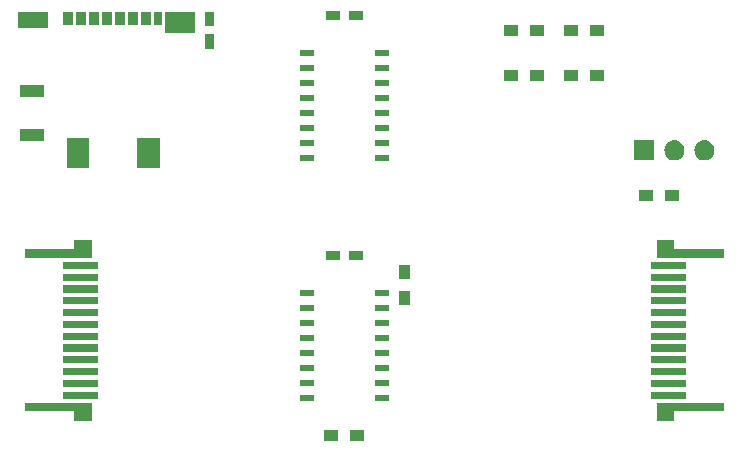
<source format=gbr>
G04 #@! TF.FileFunction,Soldermask,Top*
%FSLAX46Y46*%
G04 Gerber Fmt 4.6, Leading zero omitted, Abs format (unit mm)*
G04 Created by KiCad (PCBNEW 4.0.7) date Tue Nov 21 09:12:45 2017*
%MOMM*%
%LPD*%
G01*
G04 APERTURE LIST*
%ADD10C,0.100000*%
G04 APERTURE END LIST*
D10*
G36*
X135050000Y-108400000D02*
X133850000Y-108400000D01*
X133850000Y-107500000D01*
X135050000Y-107500000D01*
X135050000Y-108400000D01*
X135050000Y-108400000D01*
G37*
G36*
X132850000Y-108400000D02*
X131650000Y-108400000D01*
X131650000Y-107500000D01*
X132850000Y-107500000D01*
X132850000Y-108400000D01*
X132850000Y-108400000D01*
G37*
G36*
X111990000Y-106710000D02*
X110490000Y-106710000D01*
X110490000Y-105922700D01*
X110489497Y-105919162D01*
X110488029Y-105915904D01*
X110485710Y-105913184D01*
X110482726Y-105911218D01*
X110479313Y-105910160D01*
X110477300Y-105910000D01*
X106290000Y-105910000D01*
X106290000Y-105210000D01*
X111990000Y-105210000D01*
X111990000Y-106710000D01*
X111990000Y-106710000D01*
G37*
G36*
X165490000Y-105910000D02*
X161302700Y-105910000D01*
X161299162Y-105910503D01*
X161295904Y-105911971D01*
X161293184Y-105914290D01*
X161291218Y-105917274D01*
X161290160Y-105920687D01*
X161290000Y-105922700D01*
X161290000Y-106710000D01*
X159790000Y-106710000D01*
X159790000Y-105210000D01*
X165490000Y-105210000D01*
X165490000Y-105910000D01*
X165490000Y-105910000D01*
G37*
G36*
X137096500Y-105029000D02*
X135953500Y-105029000D01*
X135953500Y-104521000D01*
X137096500Y-104521000D01*
X137096500Y-105029000D01*
X137096500Y-105029000D01*
G37*
G36*
X130746500Y-105029000D02*
X129603500Y-105029000D01*
X129603500Y-104521000D01*
X130746500Y-104521000D01*
X130746500Y-105029000D01*
X130746500Y-105029000D01*
G37*
G36*
X162290000Y-104860000D02*
X159290000Y-104860000D01*
X159290000Y-104260000D01*
X162290000Y-104260000D01*
X162290000Y-104860000D01*
X162290000Y-104860000D01*
G37*
G36*
X112490000Y-104860000D02*
X109490000Y-104860000D01*
X109490000Y-104260000D01*
X112490000Y-104260000D01*
X112490000Y-104860000D01*
X112490000Y-104860000D01*
G37*
G36*
X112490000Y-103860000D02*
X109490000Y-103860000D01*
X109490000Y-103260000D01*
X112490000Y-103260000D01*
X112490000Y-103860000D01*
X112490000Y-103860000D01*
G37*
G36*
X162290000Y-103860000D02*
X159290000Y-103860000D01*
X159290000Y-103260000D01*
X162290000Y-103260000D01*
X162290000Y-103860000D01*
X162290000Y-103860000D01*
G37*
G36*
X137096500Y-103759000D02*
X135953500Y-103759000D01*
X135953500Y-103251000D01*
X137096500Y-103251000D01*
X137096500Y-103759000D01*
X137096500Y-103759000D01*
G37*
G36*
X130746500Y-103759000D02*
X129603500Y-103759000D01*
X129603500Y-103251000D01*
X130746500Y-103251000D01*
X130746500Y-103759000D01*
X130746500Y-103759000D01*
G37*
G36*
X112490000Y-102860000D02*
X109490000Y-102860000D01*
X109490000Y-102260000D01*
X112490000Y-102260000D01*
X112490000Y-102860000D01*
X112490000Y-102860000D01*
G37*
G36*
X162290000Y-102860000D02*
X159290000Y-102860000D01*
X159290000Y-102260000D01*
X162290000Y-102260000D01*
X162290000Y-102860000D01*
X162290000Y-102860000D01*
G37*
G36*
X130746500Y-102489000D02*
X129603500Y-102489000D01*
X129603500Y-101981000D01*
X130746500Y-101981000D01*
X130746500Y-102489000D01*
X130746500Y-102489000D01*
G37*
G36*
X137096500Y-102489000D02*
X135953500Y-102489000D01*
X135953500Y-101981000D01*
X137096500Y-101981000D01*
X137096500Y-102489000D01*
X137096500Y-102489000D01*
G37*
G36*
X112490000Y-101860000D02*
X109490000Y-101860000D01*
X109490000Y-101260000D01*
X112490000Y-101260000D01*
X112490000Y-101860000D01*
X112490000Y-101860000D01*
G37*
G36*
X162290000Y-101860000D02*
X159290000Y-101860000D01*
X159290000Y-101260000D01*
X162290000Y-101260000D01*
X162290000Y-101860000D01*
X162290000Y-101860000D01*
G37*
G36*
X130746500Y-101219000D02*
X129603500Y-101219000D01*
X129603500Y-100711000D01*
X130746500Y-100711000D01*
X130746500Y-101219000D01*
X130746500Y-101219000D01*
G37*
G36*
X137096500Y-101219000D02*
X135953500Y-101219000D01*
X135953500Y-100711000D01*
X137096500Y-100711000D01*
X137096500Y-101219000D01*
X137096500Y-101219000D01*
G37*
G36*
X162290000Y-100860000D02*
X159290000Y-100860000D01*
X159290000Y-100260000D01*
X162290000Y-100260000D01*
X162290000Y-100860000D01*
X162290000Y-100860000D01*
G37*
G36*
X112490000Y-100860000D02*
X109490000Y-100860000D01*
X109490000Y-100260000D01*
X112490000Y-100260000D01*
X112490000Y-100860000D01*
X112490000Y-100860000D01*
G37*
G36*
X130746500Y-99949000D02*
X129603500Y-99949000D01*
X129603500Y-99441000D01*
X130746500Y-99441000D01*
X130746500Y-99949000D01*
X130746500Y-99949000D01*
G37*
G36*
X137096500Y-99949000D02*
X135953500Y-99949000D01*
X135953500Y-99441000D01*
X137096500Y-99441000D01*
X137096500Y-99949000D01*
X137096500Y-99949000D01*
G37*
G36*
X112490000Y-99860000D02*
X109490000Y-99860000D01*
X109490000Y-99260000D01*
X112490000Y-99260000D01*
X112490000Y-99860000D01*
X112490000Y-99860000D01*
G37*
G36*
X162290000Y-99860000D02*
X159290000Y-99860000D01*
X159290000Y-99260000D01*
X162290000Y-99260000D01*
X162290000Y-99860000D01*
X162290000Y-99860000D01*
G37*
G36*
X112490000Y-98860000D02*
X109490000Y-98860000D01*
X109490000Y-98260000D01*
X112490000Y-98260000D01*
X112490000Y-98860000D01*
X112490000Y-98860000D01*
G37*
G36*
X162290000Y-98860000D02*
X159290000Y-98860000D01*
X159290000Y-98260000D01*
X162290000Y-98260000D01*
X162290000Y-98860000D01*
X162290000Y-98860000D01*
G37*
G36*
X137096500Y-98679000D02*
X135953500Y-98679000D01*
X135953500Y-98171000D01*
X137096500Y-98171000D01*
X137096500Y-98679000D01*
X137096500Y-98679000D01*
G37*
G36*
X130746500Y-98679000D02*
X129603500Y-98679000D01*
X129603500Y-98171000D01*
X130746500Y-98171000D01*
X130746500Y-98679000D01*
X130746500Y-98679000D01*
G37*
G36*
X112490000Y-97860000D02*
X109490000Y-97860000D01*
X109490000Y-97260000D01*
X112490000Y-97260000D01*
X112490000Y-97860000D01*
X112490000Y-97860000D01*
G37*
G36*
X162290000Y-97860000D02*
X159290000Y-97860000D01*
X159290000Y-97260000D01*
X162290000Y-97260000D01*
X162290000Y-97860000D01*
X162290000Y-97860000D01*
G37*
G36*
X137096500Y-97409000D02*
X135953500Y-97409000D01*
X135953500Y-96901000D01*
X137096500Y-96901000D01*
X137096500Y-97409000D01*
X137096500Y-97409000D01*
G37*
G36*
X130746500Y-97409000D02*
X129603500Y-97409000D01*
X129603500Y-96901000D01*
X130746500Y-96901000D01*
X130746500Y-97409000D01*
X130746500Y-97409000D01*
G37*
G36*
X138880000Y-96950000D02*
X137980000Y-96950000D01*
X137980000Y-95750000D01*
X138880000Y-95750000D01*
X138880000Y-96950000D01*
X138880000Y-96950000D01*
G37*
G36*
X162290000Y-96860000D02*
X159290000Y-96860000D01*
X159290000Y-96260000D01*
X162290000Y-96260000D01*
X162290000Y-96860000D01*
X162290000Y-96860000D01*
G37*
G36*
X112490000Y-96860000D02*
X109490000Y-96860000D01*
X109490000Y-96260000D01*
X112490000Y-96260000D01*
X112490000Y-96860000D01*
X112490000Y-96860000D01*
G37*
G36*
X137096500Y-96139000D02*
X135953500Y-96139000D01*
X135953500Y-95631000D01*
X137096500Y-95631000D01*
X137096500Y-96139000D01*
X137096500Y-96139000D01*
G37*
G36*
X130746500Y-96139000D02*
X129603500Y-96139000D01*
X129603500Y-95631000D01*
X130746500Y-95631000D01*
X130746500Y-96139000D01*
X130746500Y-96139000D01*
G37*
G36*
X162290000Y-95860000D02*
X159290000Y-95860000D01*
X159290000Y-95260000D01*
X162290000Y-95260000D01*
X162290000Y-95860000D01*
X162290000Y-95860000D01*
G37*
G36*
X112490000Y-95860000D02*
X109490000Y-95860000D01*
X109490000Y-95260000D01*
X112490000Y-95260000D01*
X112490000Y-95860000D01*
X112490000Y-95860000D01*
G37*
G36*
X162290000Y-94860000D02*
X159290000Y-94860000D01*
X159290000Y-94260000D01*
X162290000Y-94260000D01*
X162290000Y-94860000D01*
X162290000Y-94860000D01*
G37*
G36*
X112490000Y-94860000D02*
X109490000Y-94860000D01*
X109490000Y-94260000D01*
X112490000Y-94260000D01*
X112490000Y-94860000D01*
X112490000Y-94860000D01*
G37*
G36*
X138880000Y-94750000D02*
X137980000Y-94750000D01*
X137980000Y-93550000D01*
X138880000Y-93550000D01*
X138880000Y-94750000D01*
X138880000Y-94750000D01*
G37*
G36*
X112490000Y-93860000D02*
X109490000Y-93860000D01*
X109490000Y-93260000D01*
X112490000Y-93260000D01*
X112490000Y-93860000D01*
X112490000Y-93860000D01*
G37*
G36*
X162290000Y-93860000D02*
X159290000Y-93860000D01*
X159290000Y-93260000D01*
X162290000Y-93260000D01*
X162290000Y-93860000D01*
X162290000Y-93860000D01*
G37*
G36*
X134900000Y-93085000D02*
X133700000Y-93085000D01*
X133700000Y-92335000D01*
X134900000Y-92335000D01*
X134900000Y-93085000D01*
X134900000Y-93085000D01*
G37*
G36*
X133000000Y-93085000D02*
X131800000Y-93085000D01*
X131800000Y-92335000D01*
X133000000Y-92335000D01*
X133000000Y-93085000D01*
X133000000Y-93085000D01*
G37*
G36*
X161290000Y-92197300D02*
X161290503Y-92200838D01*
X161291971Y-92204096D01*
X161294290Y-92206816D01*
X161297274Y-92208782D01*
X161300687Y-92209840D01*
X161302700Y-92210000D01*
X165490000Y-92210000D01*
X165490000Y-92910000D01*
X159790000Y-92910000D01*
X159790000Y-91410000D01*
X161290000Y-91410000D01*
X161290000Y-92197300D01*
X161290000Y-92197300D01*
G37*
G36*
X111990000Y-92910000D02*
X106290000Y-92910000D01*
X106290000Y-92210000D01*
X110477300Y-92210000D01*
X110480838Y-92209497D01*
X110484096Y-92208029D01*
X110486816Y-92205710D01*
X110488782Y-92202726D01*
X110489840Y-92199313D01*
X110490000Y-92197300D01*
X110490000Y-91410000D01*
X111990000Y-91410000D01*
X111990000Y-92910000D01*
X111990000Y-92910000D01*
G37*
G36*
X161720000Y-88080000D02*
X160520000Y-88080000D01*
X160520000Y-87180000D01*
X161720000Y-87180000D01*
X161720000Y-88080000D01*
X161720000Y-88080000D01*
G37*
G36*
X159520000Y-88080000D02*
X158320000Y-88080000D01*
X158320000Y-87180000D01*
X159520000Y-87180000D01*
X159520000Y-88080000D01*
X159520000Y-88080000D01*
G37*
G36*
X117710000Y-85290000D02*
X115810000Y-85290000D01*
X115810000Y-82790000D01*
X117710000Y-82790000D01*
X117710000Y-85290000D01*
X117710000Y-85290000D01*
G37*
G36*
X111740000Y-85290000D02*
X109840000Y-85290000D01*
X109840000Y-82790000D01*
X111740000Y-82790000D01*
X111740000Y-85290000D01*
X111740000Y-85290000D01*
G37*
G36*
X130746500Y-84709000D02*
X129603500Y-84709000D01*
X129603500Y-84201000D01*
X130746500Y-84201000D01*
X130746500Y-84709000D01*
X130746500Y-84709000D01*
G37*
G36*
X137096500Y-84709000D02*
X135953500Y-84709000D01*
X135953500Y-84201000D01*
X137096500Y-84201000D01*
X137096500Y-84709000D01*
X137096500Y-84709000D01*
G37*
G36*
X161460901Y-82983245D02*
X161460908Y-82983247D01*
X161460916Y-82983248D01*
X161619388Y-83032303D01*
X161765314Y-83111205D01*
X161893135Y-83216948D01*
X161997983Y-83345504D01*
X162075864Y-83491977D01*
X162123812Y-83650788D01*
X162140000Y-83815887D01*
X162140000Y-83824113D01*
X162139917Y-83835981D01*
X162121425Y-84000838D01*
X162071265Y-84158964D01*
X161991346Y-84304335D01*
X161884714Y-84431415D01*
X161755429Y-84535363D01*
X161608416Y-84612219D01*
X161449274Y-84659057D01*
X161449266Y-84659058D01*
X161449265Y-84659058D01*
X161394414Y-84664050D01*
X161284066Y-84674092D01*
X161284062Y-84674092D01*
X161119099Y-84656755D01*
X161119092Y-84656753D01*
X161119084Y-84656752D01*
X160960612Y-84607697D01*
X160814686Y-84528795D01*
X160686865Y-84423052D01*
X160582017Y-84294496D01*
X160504136Y-84148023D01*
X160456188Y-83989212D01*
X160440000Y-83824113D01*
X160440000Y-83815887D01*
X160440083Y-83804019D01*
X160458575Y-83639162D01*
X160508735Y-83481036D01*
X160588654Y-83335665D01*
X160695286Y-83208585D01*
X160824571Y-83104637D01*
X160971584Y-83027781D01*
X161130726Y-82980943D01*
X161130734Y-82980942D01*
X161130735Y-82980942D01*
X161185586Y-82975950D01*
X161295936Y-82965908D01*
X161295938Y-82965908D01*
X161460901Y-82983245D01*
X161460901Y-82983245D01*
G37*
G36*
X164000901Y-82983245D02*
X164000908Y-82983247D01*
X164000916Y-82983248D01*
X164159388Y-83032303D01*
X164305314Y-83111205D01*
X164433135Y-83216948D01*
X164537983Y-83345504D01*
X164615864Y-83491977D01*
X164663812Y-83650788D01*
X164680000Y-83815887D01*
X164680000Y-83824113D01*
X164679917Y-83835981D01*
X164661425Y-84000838D01*
X164611265Y-84158964D01*
X164531346Y-84304335D01*
X164424714Y-84431415D01*
X164295429Y-84535363D01*
X164148416Y-84612219D01*
X163989274Y-84659057D01*
X163989266Y-84659058D01*
X163989265Y-84659058D01*
X163934414Y-84664050D01*
X163824066Y-84674092D01*
X163824062Y-84674092D01*
X163659099Y-84656755D01*
X163659092Y-84656753D01*
X163659084Y-84656752D01*
X163500612Y-84607697D01*
X163354686Y-84528795D01*
X163226865Y-84423052D01*
X163122017Y-84294496D01*
X163044136Y-84148023D01*
X162996188Y-83989212D01*
X162980000Y-83824113D01*
X162980000Y-83815887D01*
X162980083Y-83804019D01*
X162998575Y-83639162D01*
X163048735Y-83481036D01*
X163128654Y-83335665D01*
X163235286Y-83208585D01*
X163364571Y-83104637D01*
X163511584Y-83027781D01*
X163670726Y-82980943D01*
X163670734Y-82980942D01*
X163670735Y-82980942D01*
X163725586Y-82975950D01*
X163835936Y-82965908D01*
X163835938Y-82965908D01*
X164000901Y-82983245D01*
X164000901Y-82983245D01*
G37*
G36*
X159600000Y-84670000D02*
X157900000Y-84670000D01*
X157900000Y-82970000D01*
X159600000Y-82970000D01*
X159600000Y-84670000D01*
X159600000Y-84670000D01*
G37*
G36*
X137096500Y-83439000D02*
X135953500Y-83439000D01*
X135953500Y-82931000D01*
X137096500Y-82931000D01*
X137096500Y-83439000D01*
X137096500Y-83439000D01*
G37*
G36*
X130746500Y-83439000D02*
X129603500Y-83439000D01*
X129603500Y-82931000D01*
X130746500Y-82931000D01*
X130746500Y-83439000D01*
X130746500Y-83439000D01*
G37*
G36*
X107890000Y-82990000D02*
X105890000Y-82990000D01*
X105890000Y-81990000D01*
X107890000Y-81990000D01*
X107890000Y-82990000D01*
X107890000Y-82990000D01*
G37*
G36*
X137096500Y-82169000D02*
X135953500Y-82169000D01*
X135953500Y-81661000D01*
X137096500Y-81661000D01*
X137096500Y-82169000D01*
X137096500Y-82169000D01*
G37*
G36*
X130746500Y-82169000D02*
X129603500Y-82169000D01*
X129603500Y-81661000D01*
X130746500Y-81661000D01*
X130746500Y-82169000D01*
X130746500Y-82169000D01*
G37*
G36*
X137096500Y-80899000D02*
X135953500Y-80899000D01*
X135953500Y-80391000D01*
X137096500Y-80391000D01*
X137096500Y-80899000D01*
X137096500Y-80899000D01*
G37*
G36*
X130746500Y-80899000D02*
X129603500Y-80899000D01*
X129603500Y-80391000D01*
X130746500Y-80391000D01*
X130746500Y-80899000D01*
X130746500Y-80899000D01*
G37*
G36*
X137096500Y-79629000D02*
X135953500Y-79629000D01*
X135953500Y-79121000D01*
X137096500Y-79121000D01*
X137096500Y-79629000D01*
X137096500Y-79629000D01*
G37*
G36*
X130746500Y-79629000D02*
X129603500Y-79629000D01*
X129603500Y-79121000D01*
X130746500Y-79121000D01*
X130746500Y-79629000D01*
X130746500Y-79629000D01*
G37*
G36*
X107890000Y-79290000D02*
X105890000Y-79290000D01*
X105890000Y-78290000D01*
X107890000Y-78290000D01*
X107890000Y-79290000D01*
X107890000Y-79290000D01*
G37*
G36*
X130746500Y-78359000D02*
X129603500Y-78359000D01*
X129603500Y-77851000D01*
X130746500Y-77851000D01*
X130746500Y-78359000D01*
X130746500Y-78359000D01*
G37*
G36*
X137096500Y-78359000D02*
X135953500Y-78359000D01*
X135953500Y-77851000D01*
X137096500Y-77851000D01*
X137096500Y-78359000D01*
X137096500Y-78359000D01*
G37*
G36*
X155370000Y-77920000D02*
X154170000Y-77920000D01*
X154170000Y-77020000D01*
X155370000Y-77020000D01*
X155370000Y-77920000D01*
X155370000Y-77920000D01*
G37*
G36*
X153170000Y-77920000D02*
X151970000Y-77920000D01*
X151970000Y-77020000D01*
X153170000Y-77020000D01*
X153170000Y-77920000D01*
X153170000Y-77920000D01*
G37*
G36*
X150290000Y-77920000D02*
X149090000Y-77920000D01*
X149090000Y-77020000D01*
X150290000Y-77020000D01*
X150290000Y-77920000D01*
X150290000Y-77920000D01*
G37*
G36*
X148090000Y-77920000D02*
X146890000Y-77920000D01*
X146890000Y-77020000D01*
X148090000Y-77020000D01*
X148090000Y-77920000D01*
X148090000Y-77920000D01*
G37*
G36*
X130746500Y-77089000D02*
X129603500Y-77089000D01*
X129603500Y-76581000D01*
X130746500Y-76581000D01*
X130746500Y-77089000D01*
X130746500Y-77089000D01*
G37*
G36*
X137096500Y-77089000D02*
X135953500Y-77089000D01*
X135953500Y-76581000D01*
X137096500Y-76581000D01*
X137096500Y-77089000D01*
X137096500Y-77089000D01*
G37*
G36*
X130746500Y-75819000D02*
X129603500Y-75819000D01*
X129603500Y-75311000D01*
X130746500Y-75311000D01*
X130746500Y-75819000D01*
X130746500Y-75819000D01*
G37*
G36*
X137096500Y-75819000D02*
X135953500Y-75819000D01*
X135953500Y-75311000D01*
X137096500Y-75311000D01*
X137096500Y-75819000D01*
X137096500Y-75819000D01*
G37*
G36*
X122295000Y-75210000D02*
X121545000Y-75210000D01*
X121545000Y-74010000D01*
X122295000Y-74010000D01*
X122295000Y-75210000D01*
X122295000Y-75210000D01*
G37*
G36*
X155370000Y-74110000D02*
X154170000Y-74110000D01*
X154170000Y-73210000D01*
X155370000Y-73210000D01*
X155370000Y-74110000D01*
X155370000Y-74110000D01*
G37*
G36*
X153170000Y-74110000D02*
X151970000Y-74110000D01*
X151970000Y-73210000D01*
X153170000Y-73210000D01*
X153170000Y-74110000D01*
X153170000Y-74110000D01*
G37*
G36*
X150290000Y-74110000D02*
X149090000Y-74110000D01*
X149090000Y-73210000D01*
X150290000Y-73210000D01*
X150290000Y-74110000D01*
X150290000Y-74110000D01*
G37*
G36*
X148090000Y-74110000D02*
X146890000Y-74110000D01*
X146890000Y-73210000D01*
X148090000Y-73210000D01*
X148090000Y-74110000D01*
X148090000Y-74110000D01*
G37*
G36*
X120700000Y-73890000D02*
X118200000Y-73890000D01*
X118200000Y-72090000D01*
X120700000Y-72090000D01*
X120700000Y-73890000D01*
X120700000Y-73890000D01*
G37*
G36*
X108240000Y-73440000D02*
X105740000Y-73440000D01*
X105740000Y-72090000D01*
X108240000Y-72090000D01*
X108240000Y-73440000D01*
X108240000Y-73440000D01*
G37*
G36*
X122295000Y-73310000D02*
X121545000Y-73310000D01*
X121545000Y-72110000D01*
X122295000Y-72110000D01*
X122295000Y-73310000D01*
X122295000Y-73310000D01*
G37*
G36*
X115855000Y-73190000D02*
X115005000Y-73190000D01*
X115005000Y-72090000D01*
X115855000Y-72090000D01*
X115855000Y-73190000D01*
X115855000Y-73190000D01*
G37*
G36*
X117950000Y-73190000D02*
X117200000Y-73190000D01*
X117200000Y-72090000D01*
X117950000Y-72090000D01*
X117950000Y-73190000D01*
X117950000Y-73190000D01*
G37*
G36*
X116955000Y-73190000D02*
X116105000Y-73190000D01*
X116105000Y-72090000D01*
X116955000Y-72090000D01*
X116955000Y-73190000D01*
X116955000Y-73190000D01*
G37*
G36*
X114755000Y-73190000D02*
X113905000Y-73190000D01*
X113905000Y-72090000D01*
X114755000Y-72090000D01*
X114755000Y-73190000D01*
X114755000Y-73190000D01*
G37*
G36*
X111455000Y-73190000D02*
X110605000Y-73190000D01*
X110605000Y-72090000D01*
X111455000Y-72090000D01*
X111455000Y-73190000D01*
X111455000Y-73190000D01*
G37*
G36*
X110350000Y-73190000D02*
X109500000Y-73190000D01*
X109500000Y-72090000D01*
X110350000Y-72090000D01*
X110350000Y-73190000D01*
X110350000Y-73190000D01*
G37*
G36*
X113655000Y-73190000D02*
X112805000Y-73190000D01*
X112805000Y-72090000D01*
X113655000Y-72090000D01*
X113655000Y-73190000D01*
X113655000Y-73190000D01*
G37*
G36*
X112555000Y-73190000D02*
X111705000Y-73190000D01*
X111705000Y-72090000D01*
X112555000Y-72090000D01*
X112555000Y-73190000D01*
X112555000Y-73190000D01*
G37*
G36*
X134900000Y-72765000D02*
X133700000Y-72765000D01*
X133700000Y-72015000D01*
X134900000Y-72015000D01*
X134900000Y-72765000D01*
X134900000Y-72765000D01*
G37*
G36*
X133000000Y-72765000D02*
X131800000Y-72765000D01*
X131800000Y-72015000D01*
X133000000Y-72015000D01*
X133000000Y-72765000D01*
X133000000Y-72765000D01*
G37*
M02*

</source>
